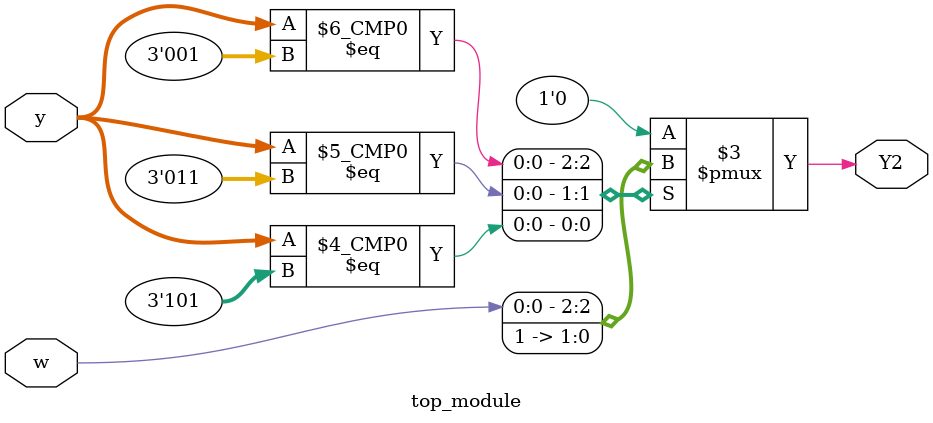
<source format=sv>
module top_module(
    input [3:1] y,
    input w,
    output reg Y2);

    always @(*) begin
        case (y)
            3'b000: Y2 = 1'b0; // A
            3'b001: Y2 = w;    // B: if w==0 -> C, if w==1 -> D
            3'b010: Y2 = 1'b0; // C
            3'b011: Y2 = 1'b1; // D
            3'b100: Y2 = 1'b0; // E
            3'b101: Y2 = 1'b1; // F
            default: Y2 = 1'b0; // Default case to handle unexpected inputs
        endcase
    end

endmodule

</source>
